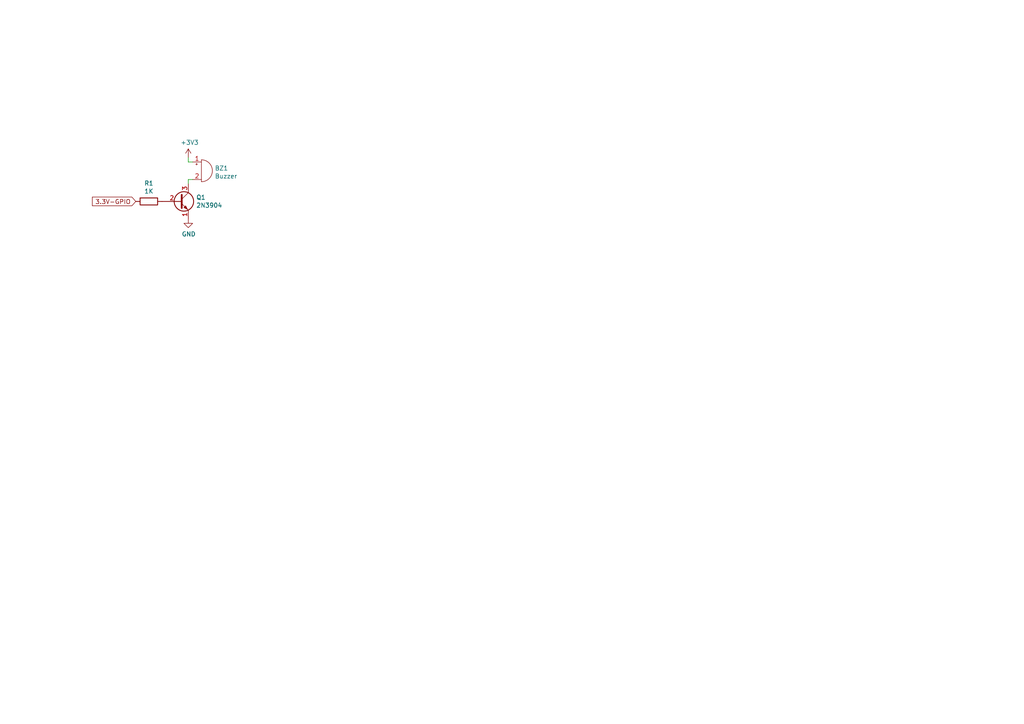
<source format=kicad_sch>
(kicad_sch (version 20211123) (generator eeschema)
  (paper "A4")
  (lib_symbols
    (symbol "Device:Buzzer" (pin_names (offset 0.0254) hide)
      (property "Reference" "BZ" (at 3.81 1.27 0))
      (property "Value" "Buzzer" (at 3.81 -1.27 0))
      (symbol "Buzzer_0_1"
        (arc (start 0 -3.175) (mid 3.175 0) (end 0 3.175))
        (polyline (pts (xy -1.651 1.905) (xy -1.143 1.905)))
        (polyline (pts (xy -1.397 2.159) (xy -1.397 1.651)))
        (polyline (pts (xy 0 3.175) (xy 0 -3.175)))
      )
      (symbol "Buzzer_1_1"
        (pin passive line (at -2.54 2.54 0) (length 2.54) (name "-") (number "1"))
        (pin passive line (at -2.54 -2.54 0) (length 2.54) (name "+") (number "2"))
      )
    )
    (symbol "Device:R" (pin_numbers hide) (pin_names (offset 0))
      (property "Reference" "R" (at 2.032 0 90))
      (property "Value" "R" (at 0 0 90))
      (symbol "R_0_1"
        (rectangle (start -1.016 -2.54) (end 1.016 2.54) (stroke (width 0.254)))
      )
      (symbol "R_1_1"
        (pin passive line (at 0 3.81 270) (length 1.27) (name "~") (number "1"))
        (pin passive line (at 0 -3.81 90) (length 1.27) (name "~") (number "2"))
      )
    )
    (symbol "Transistor_BJT:2N3904" (pin_names (offset 0) hide)
      (property "Reference" "Q" (at 5.08 1.905 0))
      (property "Value" "2N3904" (at 5.08 0 0))
      (symbol "2N3904_0_1"
        (polyline (pts (xy 0.635 0.635) (xy 2.54 2.54)))
        (polyline (pts (xy 0.635 -0.635) (xy 2.54 -2.54) (xy 2.54 -2.54)))
        (polyline (pts (xy 0.635 1.905) (xy 0.635 -1.905) (xy 0.635 -1.905)) (stroke (width 0.508)))
        (polyline (pts (xy 1.27 -1.778) (xy 1.778 -1.27) (xy 2.286 -2.286) (xy 1.27 -1.778) (xy 1.27 -1.778)) (fill (type outline)))
        (circle (center 1.27 0) (radius 2.8194) (stroke (width 0.254)))
      )
      (symbol "2N3904_1_1"
        (pin passive line (at 2.54 -5.08 90) (length 2.54) (name "E") (number "1"))
        (pin passive line (at -5.08 0 0) (length 5.715) (name "B") (number "2"))
        (pin passive line (at 2.54 5.08 270) (length 2.54) (name "C") (number "3"))
      )
    )
    (symbol "power:+3.3V" (power) (pin_names (offset 0))
      (property "Value" "+3.3V" (at 0 3.556 0))
      (symbol "+3.3V_0_1"
        (polyline (pts (xy -0.762 1.27) (xy 0 2.54)))
        (polyline (pts (xy 0 0) (xy 0 2.54)))
        (polyline (pts (xy 0 2.54) (xy 0.762 1.27)))
      )
      (symbol "+3.3V_1_1"
        (pin power_in line (at 0 0 90) (length 0) hide (name "+3V3") (number "1"))
      )
    )
    (symbol "power:GND" (power) (pin_names (offset 0))
      (property "Value" "GND" (at 0 -3.81 0))
      (symbol "GND_0_1"
        (polyline (pts (xy 0 0) (xy 0 -1.27) (xy 1.27 -1.27) (xy 0 -2.54) (xy -1.27 -1.27) (xy 0 -1.27)))
      )
      (symbol "GND_1_1"
        (pin power_in line (at 0 0 270) (length 0) hide (name "GND") (number "1"))
      )
    )
  )
  (wire (pts (xy 54.61 52.07) (xy 54.61 53.34)))
  (wire (pts (xy 55.88 46.99) (xy 54.61 46.99)))
  (wire (pts (xy 54.61 46.99) (xy 54.61 45.72)))
  (wire (pts (xy 55.88 52.07) (xy 54.61 52.07)))
  (global_label "3.3V-GPIO" (shape input) (at 39.37 58.42 180) (property "Intersheet References" "${INTERSHEET_REFS}" (effects hide)))
  (symbol (lib_id "Transistor_BJT:2N3904") (at 52.07 58.42 0) (unit 1)
    (property "Reference" "Q1" (at 56.896 57.2516 0) (effects (justify left)))
    (property "Value" "2N3904" (at 56.896 59.563 0) (effects (justify left)))
    (property "Footprint" "Package_TO_SOT_THT:TO-92_Inline" (effects hide))
    (property "Datasheet" "https://www.onsemi.com/pub/Collateral/2N3903-D.PDF" (effects hide))
  )
  (symbol (lib_id "Device:R") (at 43.18 58.42 270) (unit 1)
    (property "Reference" "R1" (at 43.18 53.1622 90))
    (property "Value" "1K" (at 43.18 55.4736 90))
  )
  (symbol (lib_id "Device:Buzzer") (at 58.42 49.53 0) (unit 1)
    (property "Reference" "BZ1" (at 62.2808 48.7934 0) (effects (justify left)))
    (property "Value" "Buzzer" (at 62.2808 51.1048 0) (effects (justify left)))
  )
  (symbol (lib_id "power:+3.3V") (at 54.61 45.72 0) (unit 1)
    (property "Reference" "#PWR01" (effects hide))
    (property "Value" "+3.3V" (at 54.991 41.3258 0))
  )
  (symbol (lib_id "power:GND") (at 54.61 63.5 0) (unit 1)
    (property "Reference" "#PWR02" (effects hide))
    (property "Value" "GND" (at 54.737 67.8942 0))
  )
)
</source>
